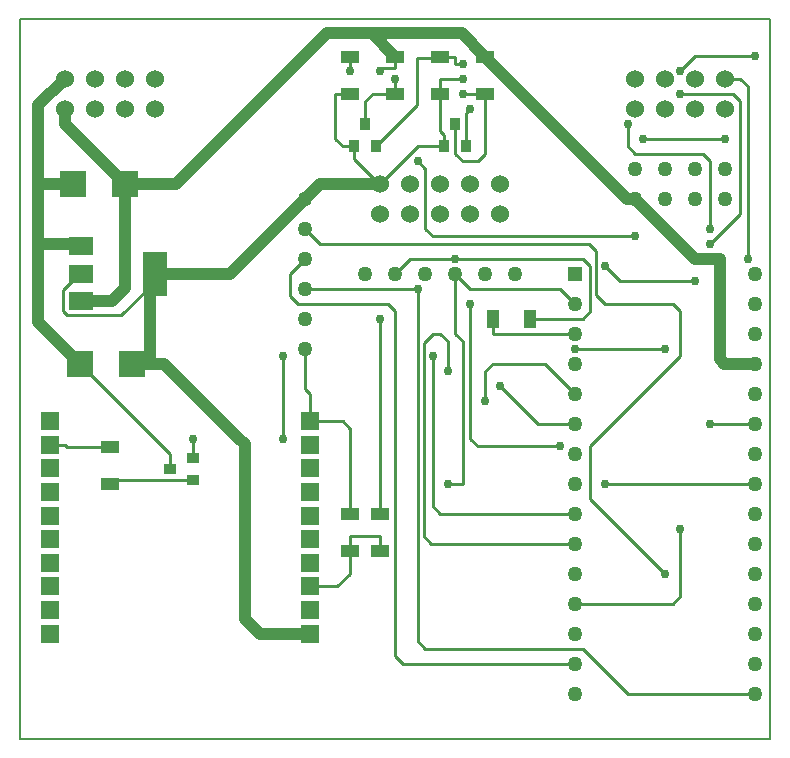
<source format=gbr>
G04 PROTEUS RS274X GERBER FILE*
%FSLAX45Y45*%
%MOMM*%
G01*
%ADD10C,0.254000*%
%ADD11C,1.016000*%
%ADD12C,0.762000*%
%ADD13C,1.524000*%
%ADD14R,2.032000X1.524000*%
%ADD15R,2.032000X3.810000*%
%ADD16R,1.524000X1.524000*%
%ADD17R,1.270000X1.270000*%
%ADD18C,1.270000*%
%ADD19R,1.524000X1.016000*%
%ADD70R,1.016000X0.889000*%
%ADD71R,0.889000X1.016000*%
%ADD20R,1.016000X1.524000*%
%ADD21R,2.286000X2.286000*%
%ADD22C,0.203200*%
D10*
X+2794000Y-4505960D02*
X+2794000Y-4699000D01*
X+2686000Y-4807000D01*
X+2454000Y-4807000D01*
X+2794000Y-4505960D02*
X+2794000Y-4381500D01*
X+3048000Y-4381500D01*
X+3048000Y-4505960D01*
X+254000Y-3607000D02*
X+381000Y-3607000D01*
X+396040Y-3622040D01*
X+762000Y-3622040D01*
X+762000Y-3937000D02*
X+762000Y-3903980D01*
X+1460500Y-3903980D01*
X+3810000Y-762000D02*
X+3776980Y-795020D01*
X+3776980Y-1079500D01*
X+2794000Y-444500D02*
X+2794000Y-320040D01*
X+3556000Y-320040D02*
X+3683000Y-320040D01*
X+3683000Y-381000D01*
X+3746500Y-381000D01*
X+3556000Y-320040D02*
X+3545035Y-331005D01*
X+3361765Y-331005D01*
X+3361765Y-732715D01*
X+3014980Y-1079500D01*
X+3683000Y-2032000D02*
X+4762500Y-2032000D01*
X+4826000Y-2095500D01*
X+4826000Y-2476500D01*
X+4762500Y-2540000D01*
X+4318000Y-2540000D01*
X+3683000Y-2032000D02*
X+3302000Y-2032000D01*
X+3175000Y-2159000D01*
X+3175000Y-320040D02*
X+3175000Y-420370D01*
X+3072130Y-420370D01*
X+3048000Y-444500D01*
D11*
X+889000Y-1397000D02*
X+381000Y-889000D01*
X+381000Y-762000D01*
X+889000Y-1397000D02*
X+889000Y-2278798D01*
X+802171Y-2365627D01*
X+777658Y-2390140D01*
X+513080Y-2390140D01*
X+3937000Y-320040D02*
X+3737986Y-121026D01*
X+2975986Y-121026D01*
X+889000Y-1397000D02*
X+1321415Y-1397000D01*
X+2597389Y-121026D01*
X+2975986Y-121026D01*
X+3175000Y-320040D02*
X+2975986Y-121026D01*
X+5207000Y-1524000D02*
X+5140960Y-1524000D01*
X+3937000Y-320040D01*
X+5207000Y-1524000D02*
X+5714999Y-2031999D01*
X+5922606Y-2031999D01*
X+5922606Y-2884464D01*
X+5940004Y-2901862D01*
X+5959142Y-2921000D01*
X+6223000Y-2921000D01*
D10*
X+5461000Y-4699000D02*
X+4826000Y-4064000D01*
X+4826000Y-3619500D01*
X+5588000Y-2857500D01*
X+5588000Y-2476500D01*
X+5524500Y-2413000D01*
X+4953000Y-2413000D01*
X+4876800Y-2336800D01*
X+4876800Y-1968500D01*
X+4813300Y-1905000D01*
X+2540000Y-1905000D01*
X+2413000Y-1778000D01*
X+3365500Y-2286000D02*
X+3365500Y-5270500D01*
X+3429000Y-5334000D01*
X+4762500Y-5334000D01*
X+5143500Y-5715000D01*
X+6223000Y-5715000D01*
X+3365500Y-2286000D02*
X+2413000Y-2286000D01*
X+2454000Y-3407000D02*
X+2730500Y-3407000D01*
X+2794000Y-3470500D01*
X+2794000Y-4191000D01*
X+2454000Y-3407000D02*
X+2454000Y-3175000D01*
X+2413000Y-3134000D01*
X+2413000Y-2794000D01*
X+4699000Y-2794000D02*
X+5461000Y-2794000D01*
D11*
X+156408Y-1397000D02*
X+449000Y-1397000D01*
X+381000Y-508000D02*
X+156408Y-732592D01*
X+156408Y-1229086D01*
X+156408Y-1397000D01*
X+156408Y-1905000D01*
X+508000Y-2921000D02*
X+156408Y-2569408D01*
X+156408Y-1905000D01*
X+490220Y-1905000D01*
X+513080Y-1927860D01*
D10*
X+508000Y-2921000D02*
X+1270000Y-3683000D01*
X+1270000Y-3810000D01*
X+5969000Y-1016000D02*
X+5270500Y-1016000D01*
X+5588000Y-4318000D02*
X+5588000Y-4889500D01*
X+5524500Y-4953000D01*
X+4699000Y-4953000D01*
X+5143500Y-889000D02*
X+5143500Y-1079500D01*
X+5207000Y-1143000D01*
X+5778500Y-1143000D01*
X+5842000Y-1206500D01*
X+5842000Y-1778000D01*
X+4953000Y-3937000D02*
X+6223000Y-3937000D01*
X+5588000Y-444500D02*
X+5715000Y-317500D01*
X+6223000Y-317500D01*
X+5842000Y-3429000D02*
X+6223000Y-3429000D01*
X+5588000Y-635000D02*
X+6032500Y-635000D01*
X+6096000Y-698500D01*
X+6096000Y-1651000D01*
X+5842000Y-1905000D01*
X+6159500Y-2032000D02*
X+6159500Y-571500D01*
X+6096000Y-508000D01*
X+5969000Y-508000D01*
X+3810000Y-2413000D02*
X+3810000Y-3556000D01*
X+3873500Y-3619500D01*
X+4572000Y-3619500D01*
X+4699000Y-5461000D02*
X+3238500Y-5461000D01*
X+3175000Y-5397500D01*
X+3175000Y-2476500D01*
X+3111500Y-2413000D01*
X+2349500Y-2413000D01*
X+2286000Y-2349500D01*
X+2286000Y-2159000D01*
X+2413000Y-2032000D01*
X+3937000Y-3238500D02*
X+3937000Y-2984500D01*
X+4000500Y-2921000D01*
X+4445000Y-2921000D01*
X+4699000Y-3175000D01*
X+4064000Y-3111500D02*
X+4381500Y-3429000D01*
X+4699000Y-3429000D01*
X+4699000Y-2667000D02*
X+4003040Y-2667000D01*
X+4003040Y-2540000D01*
X+1460500Y-3556000D02*
X+1460500Y-3716020D01*
X+2222500Y-2857500D02*
X+2222500Y-3556000D01*
X+3683000Y-2159000D02*
X+3683000Y-2667000D01*
X+3746500Y-2730500D01*
X+3746500Y-3939078D01*
X+3657600Y-3939078D01*
X+3655522Y-3937000D01*
X+3619500Y-3937000D01*
X+3683000Y-2159000D02*
X+3810000Y-2286000D01*
X+4572000Y-2286000D01*
X+4699000Y-2413000D01*
X+3937000Y-635000D02*
X+3937000Y-1143000D01*
X+3873500Y-1206500D01*
X+3746500Y-1206500D01*
X+3683000Y-1143000D01*
X+3683000Y-889000D01*
X+4953000Y-2095500D02*
X+5080000Y-2222500D01*
X+5715000Y-2222500D01*
X+3937000Y-635000D02*
X+3746500Y-635000D01*
X+3175000Y-635000D02*
X+2984500Y-635000D01*
X+2921000Y-698500D01*
X+2921000Y-889000D01*
X+3175000Y-635000D02*
X+3175000Y-508000D01*
X+3365500Y-1206500D02*
X+3429000Y-1270000D01*
X+3429000Y-1778000D01*
X+3492500Y-1841500D01*
X+5207000Y-1841500D01*
X+3048000Y-2540000D02*
X+3048000Y-4191000D01*
X+3556000Y-635000D02*
X+3556000Y-508000D01*
X+3746500Y-508000D01*
X+3589020Y-1079500D02*
X+3589020Y-984250D01*
X+3556000Y-951230D01*
X+3556000Y-635000D01*
X+2827020Y-1079500D02*
X+2730500Y-1079500D01*
X+2667000Y-1016000D01*
X+2667000Y-635000D01*
X+2794000Y-635000D01*
X+3048000Y-1397000D02*
X+3365500Y-1079500D01*
X+3589020Y-1079500D01*
D11*
X+2827021Y-1397000D02*
X+3037082Y-1397000D01*
D10*
X+3048000Y-1397000D02*
X+3037082Y-1397000D01*
X+2827020Y-1079500D02*
X+2827020Y-1186938D01*
X+3037082Y-1397000D01*
D11*
X+1143000Y-2159000D02*
X+1098810Y-2268101D01*
D10*
X+854911Y-2512000D01*
X+397493Y-2512000D01*
X+363416Y-2477923D01*
X+363416Y-2295875D01*
X+500291Y-2159000D01*
X+513080Y-2159000D01*
D11*
X+1075000Y-2921000D02*
X+1221239Y-2921000D01*
X+1847975Y-3547736D01*
X+1905000Y-3604761D01*
X+1905000Y-5080000D01*
X+2032000Y-5207000D01*
X+2454000Y-5207000D01*
D10*
X+1075000Y-2921000D02*
X+948000Y-2921000D01*
D11*
X+1098810Y-2268101D02*
X+1098810Y-2897190D01*
X+1075000Y-2921000D01*
X+1143000Y-2159000D02*
X+1778000Y-2159000D01*
X+2413000Y-1524000D01*
X+2540000Y-1397000D01*
X+2827020Y-1397000D01*
X+2827021Y-1397000D02*
X+2827020Y-1397000D01*
D10*
X+4699000Y-4191000D02*
X+3556000Y-4191000D01*
X+3492500Y-4127500D01*
X+3492500Y-2857500D01*
X+4699000Y-4445000D02*
X+3479800Y-4445000D01*
X+3416300Y-4381500D01*
X+3416300Y-2743200D01*
X+3492500Y-2667000D01*
X+3556000Y-2667000D01*
X+3619500Y-2730500D01*
X+3619500Y-2984500D01*
D12*
X+3810000Y-762000D03*
X+2794000Y-444500D03*
X+3746500Y-381000D03*
X+3048000Y-444500D03*
X+3683000Y-2032000D03*
X+5461000Y-4699000D03*
X+3365500Y-2286000D03*
X+5461000Y-2794000D03*
X+4699000Y-2794000D03*
X+5270500Y-1016000D03*
X+5969000Y-1016000D03*
X+5588000Y-4318000D03*
X+5842000Y-1778000D03*
X+5143500Y-889000D03*
X+4953000Y-3937000D03*
X+6223000Y-317500D03*
X+5588000Y-444500D03*
X+5842000Y-3429000D03*
X+5842000Y-1905000D03*
X+5588000Y-635000D03*
X+6159500Y-2032000D03*
X+4572000Y-3619500D03*
X+3810000Y-2413000D03*
X+3937000Y-3238500D03*
X+4064000Y-3111500D03*
X+1460500Y-3556000D03*
X+2222500Y-3556000D03*
X+2222500Y-2857500D03*
X+3619500Y-3937000D03*
X+5715000Y-2222500D03*
X+4953000Y-2095500D03*
X+3746500Y-635000D03*
X+3175000Y-508000D03*
X+5207000Y-1841500D03*
X+3365500Y-1206500D03*
X+3048000Y-2540000D03*
X+3746500Y-508000D03*
X+3492500Y-2857500D03*
X+3619500Y-2984500D03*
D13*
X+381000Y-762000D03*
X+381000Y-508000D03*
X+635000Y-762000D03*
X+635000Y-508000D03*
X+889000Y-762000D03*
X+889000Y-508000D03*
X+1143000Y-762000D03*
X+1143000Y-508000D03*
X+5207000Y-762000D03*
X+5207000Y-508000D03*
X+5461000Y-762000D03*
X+5461000Y-508000D03*
X+5715000Y-762000D03*
X+5715000Y-508000D03*
X+5969000Y-762000D03*
X+5969000Y-508000D03*
D14*
X+513080Y-1927860D03*
X+513080Y-2159000D03*
X+513080Y-2390140D03*
D15*
X+1143000Y-2159000D03*
D16*
X+2454000Y-5207000D03*
X+2454000Y-5007000D03*
X+2454000Y-4807000D03*
X+2454000Y-4607000D03*
X+2454000Y-4407000D03*
X+2454000Y-4207000D03*
X+2454000Y-4007000D03*
X+2454000Y-3807000D03*
X+2454000Y-3607000D03*
X+2454000Y-3407000D03*
X+254000Y-3407000D03*
X+254000Y-3607000D03*
X+254000Y-3807000D03*
X+254000Y-4007000D03*
X+254000Y-4207000D03*
X+254000Y-4407000D03*
X+254000Y-4607000D03*
X+254000Y-4807000D03*
X+254000Y-5007000D03*
X+254000Y-5207000D03*
D13*
X+3048000Y-1651000D03*
X+3048000Y-1397000D03*
X+3302000Y-1651000D03*
X+3302000Y-1397000D03*
X+3556000Y-1651000D03*
X+3556000Y-1397000D03*
X+3810000Y-1651000D03*
X+3810000Y-1397000D03*
X+4064000Y-1651000D03*
X+4064000Y-1397000D03*
D17*
X+4699000Y-2159000D03*
D18*
X+4699000Y-2413000D03*
X+4699000Y-2667000D03*
X+4699000Y-2921000D03*
X+4699000Y-3175000D03*
X+4699000Y-3429000D03*
X+4699000Y-3683000D03*
X+4699000Y-3937000D03*
X+4699000Y-4191000D03*
X+4699000Y-4445000D03*
X+4699000Y-4699000D03*
X+4699000Y-4953000D03*
X+4699000Y-5207000D03*
X+4699000Y-5461000D03*
X+4699000Y-5715000D03*
X+6223000Y-5715000D03*
X+6223000Y-5461000D03*
X+6223000Y-5207000D03*
X+6223000Y-4953000D03*
X+6223000Y-4699000D03*
X+6223000Y-4445000D03*
X+6223000Y-4191000D03*
X+6223000Y-3937000D03*
X+6223000Y-3683000D03*
X+6223000Y-3429000D03*
X+6223000Y-3175000D03*
X+6223000Y-2921000D03*
X+6223000Y-2667000D03*
X+6223000Y-2413000D03*
X+6223000Y-2159000D03*
X+2921000Y-2159000D03*
X+3175000Y-2159000D03*
X+3429000Y-2159000D03*
X+3683000Y-2159000D03*
X+3937000Y-2159000D03*
X+4191000Y-2159000D03*
X+5207000Y-1524000D03*
X+5461000Y-1524000D03*
X+5715000Y-1524000D03*
X+5969000Y-1524000D03*
X+2413000Y-1524000D03*
X+2413000Y-1778000D03*
X+2413000Y-2032000D03*
X+2413000Y-2286000D03*
X+2413000Y-2540000D03*
X+2413000Y-2794000D03*
D19*
X+3048000Y-4191000D03*
X+3048000Y-4505960D03*
X+2794000Y-4505960D03*
X+2794000Y-4191000D03*
X+762000Y-3622040D03*
X+762000Y-3937000D03*
D70*
X+1270000Y-3810000D03*
X+1460500Y-3903980D03*
X+1460500Y-3716020D03*
D18*
X+5207000Y-1270000D03*
X+5461000Y-1270000D03*
X+5715000Y-1270000D03*
X+5969000Y-1270000D03*
D71*
X+3683000Y-889000D03*
X+3589020Y-1079500D03*
X+3776980Y-1079500D03*
X+2921000Y-889000D03*
X+2827020Y-1079500D03*
X+3014980Y-1079500D03*
D19*
X+3556000Y-635000D03*
X+3556000Y-320040D03*
X+2794000Y-635000D03*
X+2794000Y-320040D03*
X+3937000Y-320040D03*
X+3937000Y-635000D03*
X+3175000Y-320040D03*
X+3175000Y-635000D03*
D20*
X+4318000Y-2540000D03*
X+4003040Y-2540000D03*
D21*
X+889000Y-1397000D03*
X+449000Y-1397000D03*
X+948000Y-2921000D03*
X+508000Y-2921000D03*
D22*
X+0Y-6096000D02*
X+6350000Y-6096000D01*
X+6350000Y+0D01*
X+0Y+0D01*
X+0Y-6096000D01*
M02*

</source>
